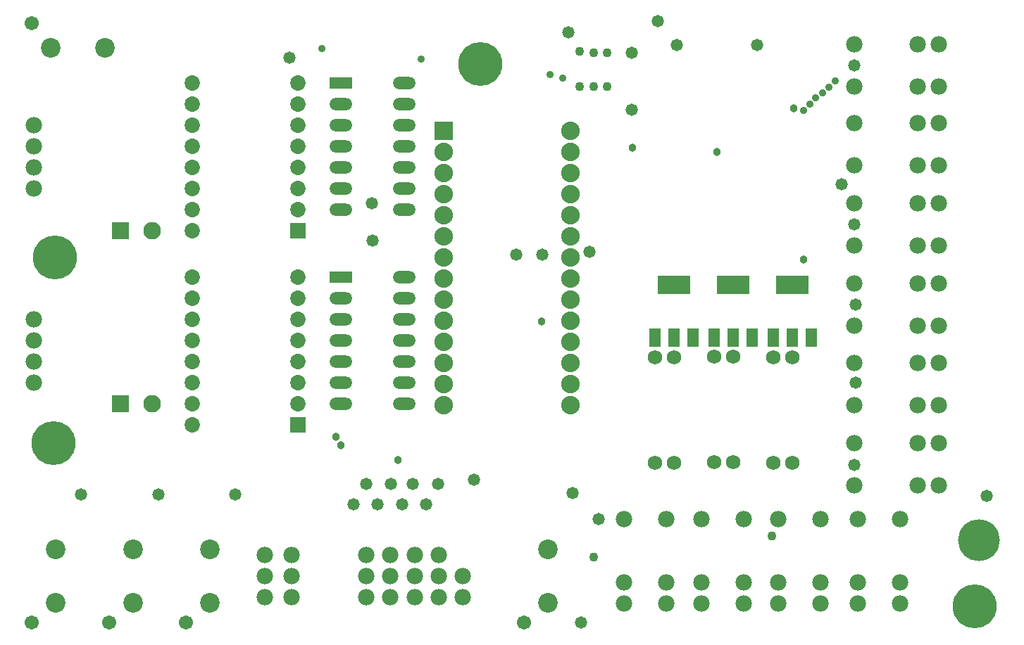
<source format=gts>
G04 Layer_Color=8388736*
%FSLAX25Y25*%
%MOIN*%
G70*
G01*
G75*
%ADD41C,0.03500*%
%ADD54R,0.05800X0.08800*%
%ADD55R,0.15800X0.08800*%
%ADD56C,0.05800*%
%ADD57C,0.08800*%
%ADD58C,0.07800*%
%ADD59O,0.10800X0.05800*%
%ADD60R,0.10800X0.05800*%
%ADD61C,0.19800*%
%ADD62R,0.08800X0.08800*%
%ADD63C,0.09300*%
%ADD64C,0.06706*%
%ADD65C,0.20800*%
%ADD66C,0.07300*%
%ADD67R,0.07300X0.07300*%
%ADD68C,0.08300*%
%ADD69R,0.08300X0.08300*%
%ADD70C,0.06800*%
%ADD71C,0.03800*%
%ADD72C,0.05800*%
%ADD73C,0.04300*%
D41*
X290000Y372500D02*
D03*
X471000Y348000D02*
D03*
X474000Y351000D02*
D03*
X476682Y354000D02*
D03*
X480000Y356500D02*
D03*
X483000Y359000D02*
D03*
X486000Y362000D02*
D03*
X243000Y377500D02*
D03*
X351000Y365000D02*
D03*
X357000Y363500D02*
D03*
D54*
X400500Y240600D02*
D03*
X418500D02*
D03*
X409500D02*
D03*
X437500D02*
D03*
X446500D02*
D03*
X428500D02*
D03*
X456500D02*
D03*
X474500D02*
D03*
X465500D02*
D03*
D55*
X409500Y265400D02*
D03*
X437500D02*
D03*
X465500D02*
D03*
D56*
X374000Y154500D02*
D03*
X298000Y171000D02*
D03*
X264000D02*
D03*
X275500D02*
D03*
X286000D02*
D03*
X361449Y166795D02*
D03*
X202000Y166000D02*
D03*
X165500D02*
D03*
X129000D02*
D03*
D57*
X360500Y268500D02*
D03*
Y258500D02*
D03*
Y208500D02*
D03*
Y218500D02*
D03*
Y228500D02*
D03*
Y238500D02*
D03*
Y248500D02*
D03*
Y278500D02*
D03*
Y288500D02*
D03*
Y298500D02*
D03*
Y308500D02*
D03*
Y318500D02*
D03*
Y328500D02*
D03*
Y338500D02*
D03*
X300500Y208500D02*
D03*
Y218500D02*
D03*
Y228500D02*
D03*
Y238500D02*
D03*
Y248500D02*
D03*
Y258500D02*
D03*
Y268500D02*
D03*
Y278500D02*
D03*
Y288500D02*
D03*
Y298500D02*
D03*
Y308500D02*
D03*
Y318500D02*
D03*
Y328500D02*
D03*
D58*
X106500Y239000D02*
D03*
Y219000D02*
D03*
Y229000D02*
D03*
Y249000D02*
D03*
X386000Y114500D02*
D03*
Y124500D02*
D03*
X406000Y114500D02*
D03*
Y124500D02*
D03*
X386000Y154500D02*
D03*
X406000D02*
D03*
X442500D02*
D03*
X422500D02*
D03*
X442500Y124500D02*
D03*
Y114500D02*
D03*
X422500Y124500D02*
D03*
Y114500D02*
D03*
X459000D02*
D03*
Y124500D02*
D03*
X479000Y114500D02*
D03*
Y124500D02*
D03*
X459000Y154500D02*
D03*
X479000D02*
D03*
X516500D02*
D03*
X496500D02*
D03*
X516500Y124500D02*
D03*
Y114500D02*
D03*
X496500Y124500D02*
D03*
Y114500D02*
D03*
X535000Y170500D02*
D03*
X525000D02*
D03*
X535000Y190500D02*
D03*
X525000D02*
D03*
X495000Y170500D02*
D03*
Y190500D02*
D03*
Y228500D02*
D03*
Y208500D02*
D03*
X525000Y228500D02*
D03*
X535000D02*
D03*
X525000Y208500D02*
D03*
X535000D02*
D03*
Y246000D02*
D03*
X525000D02*
D03*
X535000Y266000D02*
D03*
X525000D02*
D03*
X495000Y246000D02*
D03*
Y266000D02*
D03*
Y304000D02*
D03*
Y284000D02*
D03*
X525000Y304000D02*
D03*
X535000D02*
D03*
X525000Y284000D02*
D03*
X535000D02*
D03*
Y322000D02*
D03*
X525000D02*
D03*
X535000Y342000D02*
D03*
X525000D02*
D03*
X495000Y322000D02*
D03*
Y342000D02*
D03*
Y379500D02*
D03*
Y359500D02*
D03*
X525000Y379500D02*
D03*
X535000D02*
D03*
X525000Y359500D02*
D03*
X535000D02*
D03*
X309625Y127500D02*
D03*
Y117500D02*
D03*
X298125Y137500D02*
D03*
Y127500D02*
D03*
Y117500D02*
D03*
X264000Y137500D02*
D03*
Y127500D02*
D03*
Y117500D02*
D03*
X275375Y137500D02*
D03*
Y127500D02*
D03*
Y117500D02*
D03*
X286750Y137500D02*
D03*
Y127500D02*
D03*
Y117500D02*
D03*
X228500D02*
D03*
Y127500D02*
D03*
Y137500D02*
D03*
X216000Y117500D02*
D03*
Y127500D02*
D03*
Y137500D02*
D03*
X106500Y341000D02*
D03*
Y311000D02*
D03*
Y321000D02*
D03*
Y331000D02*
D03*
D59*
X282000Y301000D02*
D03*
Y311000D02*
D03*
Y321000D02*
D03*
Y331000D02*
D03*
Y341000D02*
D03*
Y351000D02*
D03*
Y361000D02*
D03*
X252000Y301000D02*
D03*
Y311000D02*
D03*
Y321000D02*
D03*
Y331000D02*
D03*
Y341000D02*
D03*
Y351000D02*
D03*
X282000Y209000D02*
D03*
Y219000D02*
D03*
Y229000D02*
D03*
Y239000D02*
D03*
Y249000D02*
D03*
Y259000D02*
D03*
Y269000D02*
D03*
X252000Y209000D02*
D03*
Y219000D02*
D03*
Y229000D02*
D03*
Y239000D02*
D03*
Y249000D02*
D03*
Y259000D02*
D03*
D60*
Y361000D02*
D03*
Y269000D02*
D03*
D61*
X554000Y144500D02*
D03*
D62*
X300500Y338500D02*
D03*
D63*
X140295Y377949D02*
D03*
X114705D02*
D03*
X350000Y140295D02*
D03*
Y114705D02*
D03*
X190051Y140295D02*
D03*
Y114705D02*
D03*
X153551Y140295D02*
D03*
Y114705D02*
D03*
X117051Y140295D02*
D03*
Y114705D02*
D03*
D64*
X105453Y389445D02*
D03*
X338504Y105453D02*
D03*
X178555D02*
D03*
X142055D02*
D03*
X105555D02*
D03*
D65*
X318000Y370000D02*
D03*
X116500Y278500D02*
D03*
X552000Y113000D02*
D03*
X116000Y190500D02*
D03*
D66*
X181500Y361000D02*
D03*
Y351000D02*
D03*
Y341000D02*
D03*
Y331000D02*
D03*
Y321000D02*
D03*
Y311000D02*
D03*
Y301000D02*
D03*
Y291000D02*
D03*
X231500Y361000D02*
D03*
Y351000D02*
D03*
Y341000D02*
D03*
Y331000D02*
D03*
Y321000D02*
D03*
Y311000D02*
D03*
Y301000D02*
D03*
X181500Y269000D02*
D03*
Y259000D02*
D03*
Y249000D02*
D03*
Y239000D02*
D03*
Y229000D02*
D03*
Y219000D02*
D03*
Y209000D02*
D03*
Y199000D02*
D03*
X231500Y269000D02*
D03*
Y259000D02*
D03*
Y249000D02*
D03*
Y239000D02*
D03*
Y229000D02*
D03*
Y219000D02*
D03*
Y209000D02*
D03*
D67*
Y291000D02*
D03*
Y199000D02*
D03*
D68*
X162500Y291000D02*
D03*
Y209000D02*
D03*
D69*
X147500Y291000D02*
D03*
Y209000D02*
D03*
D70*
X465500Y181000D02*
D03*
Y231000D02*
D03*
X437500Y181500D02*
D03*
Y231500D02*
D03*
X409500Y181000D02*
D03*
Y231000D02*
D03*
X400500Y181000D02*
D03*
Y231000D02*
D03*
X428500Y181500D02*
D03*
Y231500D02*
D03*
X456500Y181000D02*
D03*
Y231000D02*
D03*
D71*
X347000Y248000D02*
D03*
X279000Y182500D02*
D03*
X466249Y349249D02*
D03*
X390000Y330500D02*
D03*
X430000Y328500D02*
D03*
X249699Y193500D02*
D03*
X252000Y189500D02*
D03*
X471000Y277500D02*
D03*
D72*
X389500Y348500D02*
D03*
Y375500D02*
D03*
X292125Y161500D02*
D03*
X258000D02*
D03*
X269375D02*
D03*
X280750D02*
D03*
X369500Y281000D02*
D03*
X315000Y173000D02*
D03*
X365500Y105500D02*
D03*
X557602Y165398D02*
D03*
X410751Y379249D02*
D03*
X448749D02*
D03*
X495000Y180000D02*
D03*
X495500Y219000D02*
D03*
Y256000D02*
D03*
X334898Y279898D02*
D03*
X359500Y385000D02*
D03*
X267000Y286500D02*
D03*
X347102Y279898D02*
D03*
X266500Y304000D02*
D03*
X227500Y373000D02*
D03*
X402000Y390500D02*
D03*
X495000Y294000D02*
D03*
X489000Y313000D02*
D03*
X495000Y369500D02*
D03*
D73*
X456000Y146500D02*
D03*
X371500Y136500D02*
D03*
Y359500D02*
D03*
X365000D02*
D03*
Y376000D02*
D03*
X371500Y375500D02*
D03*
X378000D02*
D03*
Y359500D02*
D03*
M02*

</source>
